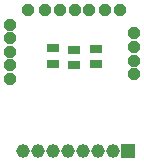
<source format=gbs>
G75*
%MOIN*%
%OFA0B0*%
%FSLAX25Y25*%
%IPPOS*%
%LPD*%
%AMOC8*
5,1,8,0,0,1.08239X$1,22.5*
%
%ADD10R,0.03943X0.03156*%
%ADD11R,0.04600X0.04600*%
%ADD12C,0.04600*%
%ADD13OC8,0.03962*%
D10*
X0019418Y0056680D03*
X0019418Y0061798D03*
X0026378Y0061365D03*
X0026378Y0056247D03*
X0033646Y0056444D03*
X0033646Y0061562D03*
D11*
X0044457Y0027476D03*
D12*
X0009457Y0027476D03*
X0014457Y0027476D03*
X0019457Y0027476D03*
X0024457Y0027476D03*
X0029457Y0027476D03*
X0034457Y0027476D03*
X0039457Y0027476D03*
D13*
X0046550Y0053233D03*
X0046550Y0057633D03*
X0046450Y0062133D03*
X0046450Y0066733D03*
X0041650Y0074633D03*
X0036650Y0074633D03*
X0031550Y0074633D03*
X0026650Y0074633D03*
X0021650Y0074533D03*
X0016650Y0074633D03*
X0011150Y0074633D03*
X0005050Y0069433D03*
X0005050Y0065133D03*
X0005150Y0060633D03*
X0005150Y0056133D03*
X0005150Y0051633D03*
M02*

</source>
